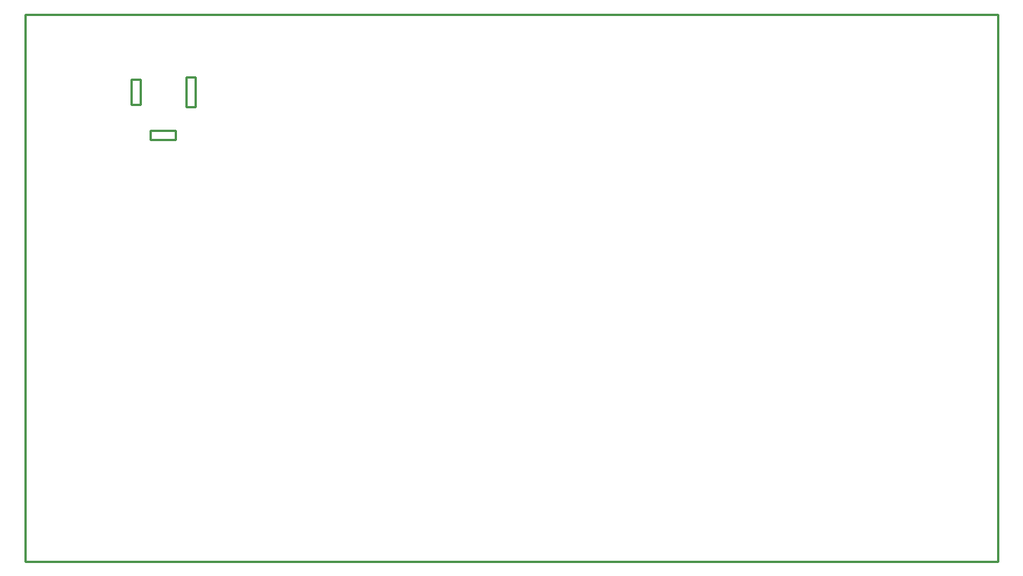
<source format=gbr>
G04 EAGLE Gerber X2 export*
%TF.Part,Single*%
%TF.FileFunction,Profile,NP*%
%TF.FilePolarity,Positive*%
%TF.GenerationSoftware,Autodesk,EAGLE,8.6.0*%
%TF.CreationDate,2018-04-10T05:38:09Z*%
G75*
%MOMM*%
%FSLAX34Y34*%
%LPD*%
%AMOC8*
5,1,8,0,0,1.08239X$1,22.5*%
G01*
%ADD10C,0.254000*%


D10*
X0Y0D02*
X1079300Y0D01*
X1079300Y606300D01*
X0Y606300D01*
X0Y0D01*
X117400Y506700D02*
X127400Y506700D01*
X127400Y534700D01*
X117400Y534700D01*
X117400Y506700D01*
X178400Y504200D02*
X188400Y504200D01*
X188400Y537200D01*
X178400Y537200D01*
X178400Y504200D01*
X138400Y467700D02*
X166400Y467700D01*
X166400Y477700D01*
X138400Y477700D01*
X138400Y467700D01*
M02*

</source>
